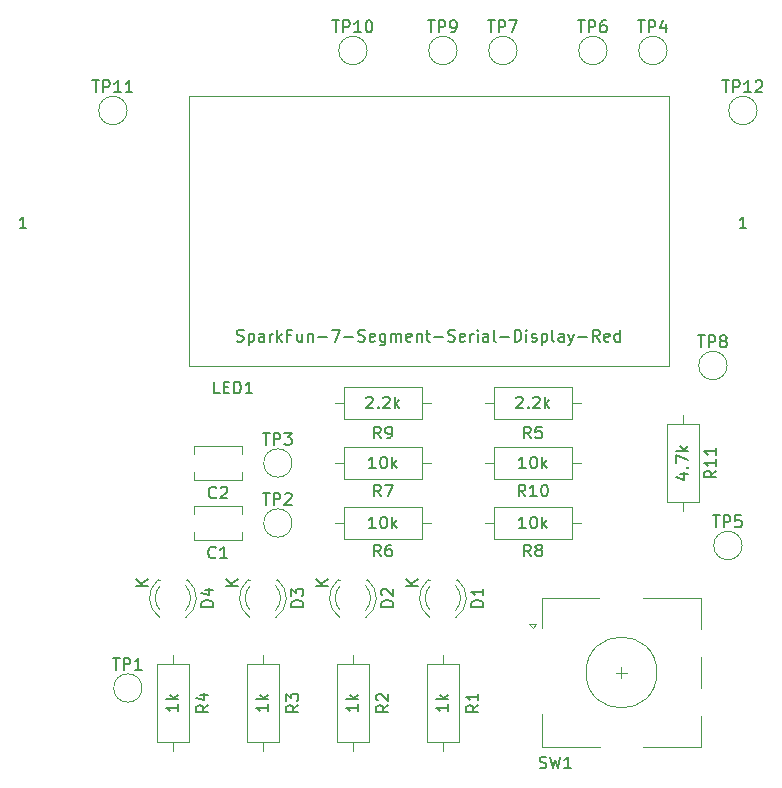
<source format=gto>
G04 #@! TF.GenerationSoftware,KiCad,Pcbnew,5.1.0-060a0da~80~ubuntu16.04.1*
G04 #@! TF.CreationDate,2019-04-14T22:16:02+09:00*
G04 #@! TF.ProjectId,Akashi-01,416b6173-6869-42d3-9031-2e6b69636164,rev?*
G04 #@! TF.SameCoordinates,Original*
G04 #@! TF.FileFunction,Legend,Top*
G04 #@! TF.FilePolarity,Positive*
%FSLAX46Y46*%
G04 Gerber Fmt 4.6, Leading zero omitted, Abs format (unit mm)*
G04 Created by KiCad (PCBNEW 5.1.0-060a0da~80~ubuntu16.04.1) date 2019-04-14 22:16:02*
%MOMM*%
%LPD*%
G04 APERTURE LIST*
%ADD10C,0.150000*%
%ADD11C,0.120000*%
G04 APERTURE END LIST*
D10*
X150312380Y-91701904D02*
X149312380Y-91701904D01*
X150312380Y-91130476D02*
X149740952Y-91559047D01*
X149312380Y-91130476D02*
X149883809Y-91701904D01*
X142692380Y-91701904D02*
X141692380Y-91701904D01*
X142692380Y-91130476D02*
X142120952Y-91559047D01*
X141692380Y-91130476D02*
X142263809Y-91701904D01*
X135072380Y-91701904D02*
X134072380Y-91701904D01*
X135072380Y-91130476D02*
X134500952Y-91559047D01*
X134072380Y-91130476D02*
X134643809Y-91701904D01*
X127452380Y-91701904D02*
X126452380Y-91701904D01*
X127452380Y-91130476D02*
X126880952Y-91559047D01*
X126452380Y-91130476D02*
X127023809Y-91701904D01*
X178085714Y-61412380D02*
X177514285Y-61412380D01*
X177800000Y-61412380D02*
X177800000Y-60412380D01*
X177704761Y-60555238D01*
X177609523Y-60650476D01*
X177514285Y-60698095D01*
X117125714Y-61412380D02*
X116554285Y-61412380D01*
X116840000Y-61412380D02*
X116840000Y-60412380D01*
X116744761Y-60555238D01*
X116649523Y-60650476D01*
X116554285Y-60698095D01*
D11*
X171510000Y-50225000D02*
X130870000Y-50225000D01*
X171510000Y-73085000D02*
X171510000Y-50225000D01*
X130870000Y-73085000D02*
X171510000Y-73085000D01*
X130870000Y-50225000D02*
X130870000Y-73085000D01*
X153636000Y-91150000D02*
X153480000Y-91150000D01*
X151320000Y-91150000D02*
X151164000Y-91150000D01*
X153478608Y-94382335D02*
G75*
G03X153635516Y-91150000I-1078608J1672335D01*
G01*
X151321392Y-94382335D02*
G75*
G02X151164484Y-91150000I1078608J1672335D01*
G01*
X153479837Y-93751130D02*
G75*
G03X153480000Y-91669039I-1079837J1041130D01*
G01*
X151320163Y-93751130D02*
G75*
G02X151320000Y-91669039I1079837J1041130D01*
G01*
X143700163Y-93751130D02*
G75*
G02X143700000Y-91669039I1079837J1041130D01*
G01*
X145859837Y-93751130D02*
G75*
G03X145860000Y-91669039I-1079837J1041130D01*
G01*
X143701392Y-94382335D02*
G75*
G02X143544484Y-91150000I1078608J1672335D01*
G01*
X145858608Y-94382335D02*
G75*
G03X146015516Y-91150000I-1078608J1672335D01*
G01*
X143700000Y-91150000D02*
X143544000Y-91150000D01*
X146016000Y-91150000D02*
X145860000Y-91150000D01*
X138396000Y-91150000D02*
X138240000Y-91150000D01*
X136080000Y-91150000D02*
X135924000Y-91150000D01*
X138238608Y-94382335D02*
G75*
G03X138395516Y-91150000I-1078608J1672335D01*
G01*
X136081392Y-94382335D02*
G75*
G02X135924484Y-91150000I1078608J1672335D01*
G01*
X138239837Y-93751130D02*
G75*
G03X138240000Y-91669039I-1079837J1041130D01*
G01*
X136080163Y-93751130D02*
G75*
G02X136080000Y-91669039I1079837J1041130D01*
G01*
X128460163Y-93751130D02*
G75*
G02X128460000Y-91669039I1079837J1041130D01*
G01*
X130619837Y-93751130D02*
G75*
G03X130620000Y-91669039I-1079837J1041130D01*
G01*
X128461392Y-94382335D02*
G75*
G02X128304484Y-91150000I1078608J1672335D01*
G01*
X130618608Y-94382335D02*
G75*
G03X130775516Y-91150000I-1078608J1672335D01*
G01*
X128460000Y-91150000D02*
X128304000Y-91150000D01*
X130776000Y-91150000D02*
X130620000Y-91150000D01*
X151030000Y-104870000D02*
X153770000Y-104870000D01*
X153770000Y-104870000D02*
X153770000Y-98330000D01*
X153770000Y-98330000D02*
X151030000Y-98330000D01*
X151030000Y-98330000D02*
X151030000Y-104870000D01*
X152400000Y-105640000D02*
X152400000Y-104870000D01*
X152400000Y-97560000D02*
X152400000Y-98330000D01*
X144780000Y-97560000D02*
X144780000Y-98330000D01*
X144780000Y-105640000D02*
X144780000Y-104870000D01*
X143410000Y-98330000D02*
X143410000Y-104870000D01*
X146150000Y-98330000D02*
X143410000Y-98330000D01*
X146150000Y-104870000D02*
X146150000Y-98330000D01*
X143410000Y-104870000D02*
X146150000Y-104870000D01*
X135790000Y-104870000D02*
X138530000Y-104870000D01*
X138530000Y-104870000D02*
X138530000Y-98330000D01*
X138530000Y-98330000D02*
X135790000Y-98330000D01*
X135790000Y-98330000D02*
X135790000Y-104870000D01*
X137160000Y-105640000D02*
X137160000Y-104870000D01*
X137160000Y-97560000D02*
X137160000Y-98330000D01*
X129540000Y-97560000D02*
X129540000Y-98330000D01*
X129540000Y-105640000D02*
X129540000Y-104870000D01*
X128170000Y-98330000D02*
X128170000Y-104870000D01*
X130910000Y-98330000D02*
X128170000Y-98330000D01*
X130910000Y-104870000D02*
X130910000Y-98330000D01*
X128170000Y-104870000D02*
X130910000Y-104870000D01*
X164060000Y-76200000D02*
X163290000Y-76200000D01*
X155980000Y-76200000D02*
X156750000Y-76200000D01*
X163290000Y-74830000D02*
X156750000Y-74830000D01*
X163290000Y-77570000D02*
X163290000Y-74830000D01*
X156750000Y-77570000D02*
X163290000Y-77570000D01*
X156750000Y-74830000D02*
X156750000Y-77570000D01*
X143280000Y-86360000D02*
X144050000Y-86360000D01*
X151360000Y-86360000D02*
X150590000Y-86360000D01*
X144050000Y-87730000D02*
X150590000Y-87730000D01*
X144050000Y-84990000D02*
X144050000Y-87730000D01*
X150590000Y-84990000D02*
X144050000Y-84990000D01*
X150590000Y-87730000D02*
X150590000Y-84990000D01*
X150590000Y-82650000D02*
X150590000Y-79910000D01*
X150590000Y-79910000D02*
X144050000Y-79910000D01*
X144050000Y-79910000D02*
X144050000Y-82650000D01*
X144050000Y-82650000D02*
X150590000Y-82650000D01*
X151360000Y-81280000D02*
X150590000Y-81280000D01*
X143280000Y-81280000D02*
X144050000Y-81280000D01*
X163290000Y-87730000D02*
X163290000Y-84990000D01*
X163290000Y-84990000D02*
X156750000Y-84990000D01*
X156750000Y-84990000D02*
X156750000Y-87730000D01*
X156750000Y-87730000D02*
X163290000Y-87730000D01*
X164060000Y-86360000D02*
X163290000Y-86360000D01*
X155980000Y-86360000D02*
X156750000Y-86360000D01*
X144050000Y-74830000D02*
X144050000Y-77570000D01*
X144050000Y-77570000D02*
X150590000Y-77570000D01*
X150590000Y-77570000D02*
X150590000Y-74830000D01*
X150590000Y-74830000D02*
X144050000Y-74830000D01*
X143280000Y-76200000D02*
X144050000Y-76200000D01*
X151360000Y-76200000D02*
X150590000Y-76200000D01*
X155980000Y-81280000D02*
X156750000Y-81280000D01*
X164060000Y-81280000D02*
X163290000Y-81280000D01*
X156750000Y-82650000D02*
X163290000Y-82650000D01*
X156750000Y-79910000D02*
X156750000Y-82650000D01*
X163290000Y-79910000D02*
X156750000Y-79910000D01*
X163290000Y-82650000D02*
X163290000Y-79910000D01*
X174090000Y-78010000D02*
X171350000Y-78010000D01*
X171350000Y-78010000D02*
X171350000Y-84550000D01*
X171350000Y-84550000D02*
X174090000Y-84550000D01*
X174090000Y-84550000D02*
X174090000Y-78010000D01*
X172720000Y-77240000D02*
X172720000Y-78010000D01*
X172720000Y-85320000D02*
X172720000Y-84550000D01*
X167020000Y-99020000D02*
X168020000Y-99020000D01*
X167520000Y-98520000D02*
X167520000Y-99520000D01*
X174220000Y-102720000D02*
X174220000Y-105320000D01*
X174220000Y-97720000D02*
X174220000Y-100320000D01*
X174220000Y-92720000D02*
X174220000Y-95320000D01*
X160320000Y-94920000D02*
X160020000Y-95220000D01*
X159720000Y-94920000D02*
X160320000Y-94920000D01*
X160020000Y-95220000D02*
X159720000Y-94920000D01*
X160820000Y-92720000D02*
X160820000Y-95220000D01*
X165620000Y-92720000D02*
X160820000Y-92720000D01*
X160820000Y-105320000D02*
X160820000Y-102520000D01*
X165720000Y-105320000D02*
X160820000Y-105320000D01*
X174220000Y-105320000D02*
X169320000Y-105320000D01*
X169320000Y-92720000D02*
X174220000Y-92720000D01*
X170520000Y-99020000D02*
G75*
G03X170520000Y-99020000I-3000000J0D01*
G01*
X131310000Y-85565000D02*
X131310000Y-84940000D01*
X131310000Y-87780000D02*
X131310000Y-87155000D01*
X135350000Y-85565000D02*
X135350000Y-84940000D01*
X135350000Y-87780000D02*
X135350000Y-87155000D01*
X135350000Y-84940000D02*
X131310000Y-84940000D01*
X135350000Y-87780000D02*
X131310000Y-87780000D01*
X135390000Y-82700000D02*
X131350000Y-82700000D01*
X135390000Y-79860000D02*
X131350000Y-79860000D01*
X135390000Y-82700000D02*
X135390000Y-82075000D01*
X135390000Y-80485000D02*
X135390000Y-79860000D01*
X131350000Y-82700000D02*
X131350000Y-82075000D01*
X131350000Y-80485000D02*
X131350000Y-79860000D01*
X126930000Y-100330000D02*
G75*
G03X126930000Y-100330000I-1200000J0D01*
G01*
X139630000Y-86360000D02*
G75*
G03X139630000Y-86360000I-1200000J0D01*
G01*
X139630000Y-81280000D02*
G75*
G03X139630000Y-81280000I-1200000J0D01*
G01*
X171380000Y-46355000D02*
G75*
G03X171380000Y-46355000I-1200000J0D01*
G01*
X177730000Y-88265000D02*
G75*
G03X177730000Y-88265000I-1200000J0D01*
G01*
X166300000Y-46355000D02*
G75*
G03X166300000Y-46355000I-1200000J0D01*
G01*
X158680000Y-46355000D02*
G75*
G03X158680000Y-46355000I-1200000J0D01*
G01*
X176460000Y-73025000D02*
G75*
G03X176460000Y-73025000I-1200000J0D01*
G01*
X153600000Y-46355000D02*
G75*
G03X153600000Y-46355000I-1200000J0D01*
G01*
X145980000Y-46355000D02*
G75*
G03X145980000Y-46355000I-1200000J0D01*
G01*
X125660000Y-51435000D02*
G75*
G03X125660000Y-51435000I-1200000J0D01*
G01*
X179000000Y-51435000D02*
G75*
G03X179000000Y-51435000I-1200000J0D01*
G01*
D10*
X133500952Y-75382380D02*
X133024761Y-75382380D01*
X133024761Y-74382380D01*
X133834285Y-74858571D02*
X134167619Y-74858571D01*
X134310476Y-75382380D02*
X133834285Y-75382380D01*
X133834285Y-74382380D01*
X134310476Y-74382380D01*
X134739047Y-75382380D02*
X134739047Y-74382380D01*
X134977142Y-74382380D01*
X135120000Y-74430000D01*
X135215238Y-74525238D01*
X135262857Y-74620476D01*
X135310476Y-74810952D01*
X135310476Y-74953809D01*
X135262857Y-75144285D01*
X135215238Y-75239523D01*
X135120000Y-75334761D01*
X134977142Y-75382380D01*
X134739047Y-75382380D01*
X136262857Y-75382380D02*
X135691428Y-75382380D01*
X135977142Y-75382380D02*
X135977142Y-74382380D01*
X135881904Y-74525238D01*
X135786666Y-74620476D01*
X135691428Y-74668095D01*
X134951904Y-70949761D02*
X135094761Y-70997380D01*
X135332857Y-70997380D01*
X135428095Y-70949761D01*
X135475714Y-70902142D01*
X135523333Y-70806904D01*
X135523333Y-70711666D01*
X135475714Y-70616428D01*
X135428095Y-70568809D01*
X135332857Y-70521190D01*
X135142380Y-70473571D01*
X135047142Y-70425952D01*
X134999523Y-70378333D01*
X134951904Y-70283095D01*
X134951904Y-70187857D01*
X134999523Y-70092619D01*
X135047142Y-70045000D01*
X135142380Y-69997380D01*
X135380476Y-69997380D01*
X135523333Y-70045000D01*
X135951904Y-70330714D02*
X135951904Y-71330714D01*
X135951904Y-70378333D02*
X136047142Y-70330714D01*
X136237619Y-70330714D01*
X136332857Y-70378333D01*
X136380476Y-70425952D01*
X136428095Y-70521190D01*
X136428095Y-70806904D01*
X136380476Y-70902142D01*
X136332857Y-70949761D01*
X136237619Y-70997380D01*
X136047142Y-70997380D01*
X135951904Y-70949761D01*
X137285238Y-70997380D02*
X137285238Y-70473571D01*
X137237619Y-70378333D01*
X137142380Y-70330714D01*
X136951904Y-70330714D01*
X136856666Y-70378333D01*
X137285238Y-70949761D02*
X137190000Y-70997380D01*
X136951904Y-70997380D01*
X136856666Y-70949761D01*
X136809047Y-70854523D01*
X136809047Y-70759285D01*
X136856666Y-70664047D01*
X136951904Y-70616428D01*
X137190000Y-70616428D01*
X137285238Y-70568809D01*
X137761428Y-70997380D02*
X137761428Y-70330714D01*
X137761428Y-70521190D02*
X137809047Y-70425952D01*
X137856666Y-70378333D01*
X137951904Y-70330714D01*
X138047142Y-70330714D01*
X138380476Y-70997380D02*
X138380476Y-69997380D01*
X138475714Y-70616428D02*
X138761428Y-70997380D01*
X138761428Y-70330714D02*
X138380476Y-70711666D01*
X139523333Y-70473571D02*
X139190000Y-70473571D01*
X139190000Y-70997380D02*
X139190000Y-69997380D01*
X139666190Y-69997380D01*
X140475714Y-70330714D02*
X140475714Y-70997380D01*
X140047142Y-70330714D02*
X140047142Y-70854523D01*
X140094761Y-70949761D01*
X140190000Y-70997380D01*
X140332857Y-70997380D01*
X140428095Y-70949761D01*
X140475714Y-70902142D01*
X140951904Y-70330714D02*
X140951904Y-70997380D01*
X140951904Y-70425952D02*
X140999523Y-70378333D01*
X141094761Y-70330714D01*
X141237619Y-70330714D01*
X141332857Y-70378333D01*
X141380476Y-70473571D01*
X141380476Y-70997380D01*
X141856666Y-70616428D02*
X142618571Y-70616428D01*
X142999523Y-69997380D02*
X143666190Y-69997380D01*
X143237619Y-70997380D01*
X144047142Y-70616428D02*
X144809047Y-70616428D01*
X145237619Y-70949761D02*
X145380476Y-70997380D01*
X145618571Y-70997380D01*
X145713809Y-70949761D01*
X145761428Y-70902142D01*
X145809047Y-70806904D01*
X145809047Y-70711666D01*
X145761428Y-70616428D01*
X145713809Y-70568809D01*
X145618571Y-70521190D01*
X145428095Y-70473571D01*
X145332857Y-70425952D01*
X145285238Y-70378333D01*
X145237619Y-70283095D01*
X145237619Y-70187857D01*
X145285238Y-70092619D01*
X145332857Y-70045000D01*
X145428095Y-69997380D01*
X145666190Y-69997380D01*
X145809047Y-70045000D01*
X146618571Y-70949761D02*
X146523333Y-70997380D01*
X146332857Y-70997380D01*
X146237619Y-70949761D01*
X146190000Y-70854523D01*
X146190000Y-70473571D01*
X146237619Y-70378333D01*
X146332857Y-70330714D01*
X146523333Y-70330714D01*
X146618571Y-70378333D01*
X146666190Y-70473571D01*
X146666190Y-70568809D01*
X146190000Y-70664047D01*
X147523333Y-70330714D02*
X147523333Y-71140238D01*
X147475714Y-71235476D01*
X147428095Y-71283095D01*
X147332857Y-71330714D01*
X147190000Y-71330714D01*
X147094761Y-71283095D01*
X147523333Y-70949761D02*
X147428095Y-70997380D01*
X147237619Y-70997380D01*
X147142380Y-70949761D01*
X147094761Y-70902142D01*
X147047142Y-70806904D01*
X147047142Y-70521190D01*
X147094761Y-70425952D01*
X147142380Y-70378333D01*
X147237619Y-70330714D01*
X147428095Y-70330714D01*
X147523333Y-70378333D01*
X147999523Y-70997380D02*
X147999523Y-70330714D01*
X147999523Y-70425952D02*
X148047142Y-70378333D01*
X148142380Y-70330714D01*
X148285238Y-70330714D01*
X148380476Y-70378333D01*
X148428095Y-70473571D01*
X148428095Y-70997380D01*
X148428095Y-70473571D02*
X148475714Y-70378333D01*
X148570952Y-70330714D01*
X148713809Y-70330714D01*
X148809047Y-70378333D01*
X148856666Y-70473571D01*
X148856666Y-70997380D01*
X149713809Y-70949761D02*
X149618571Y-70997380D01*
X149428095Y-70997380D01*
X149332857Y-70949761D01*
X149285238Y-70854523D01*
X149285238Y-70473571D01*
X149332857Y-70378333D01*
X149428095Y-70330714D01*
X149618571Y-70330714D01*
X149713809Y-70378333D01*
X149761428Y-70473571D01*
X149761428Y-70568809D01*
X149285238Y-70664047D01*
X150190000Y-70330714D02*
X150190000Y-70997380D01*
X150190000Y-70425952D02*
X150237619Y-70378333D01*
X150332857Y-70330714D01*
X150475714Y-70330714D01*
X150570952Y-70378333D01*
X150618571Y-70473571D01*
X150618571Y-70997380D01*
X150951904Y-70330714D02*
X151332857Y-70330714D01*
X151094761Y-69997380D02*
X151094761Y-70854523D01*
X151142380Y-70949761D01*
X151237619Y-70997380D01*
X151332857Y-70997380D01*
X151666190Y-70616428D02*
X152428095Y-70616428D01*
X152856666Y-70949761D02*
X152999523Y-70997380D01*
X153237619Y-70997380D01*
X153332857Y-70949761D01*
X153380476Y-70902142D01*
X153428095Y-70806904D01*
X153428095Y-70711666D01*
X153380476Y-70616428D01*
X153332857Y-70568809D01*
X153237619Y-70521190D01*
X153047142Y-70473571D01*
X152951904Y-70425952D01*
X152904285Y-70378333D01*
X152856666Y-70283095D01*
X152856666Y-70187857D01*
X152904285Y-70092619D01*
X152951904Y-70045000D01*
X153047142Y-69997380D01*
X153285238Y-69997380D01*
X153428095Y-70045000D01*
X154237619Y-70949761D02*
X154142380Y-70997380D01*
X153951904Y-70997380D01*
X153856666Y-70949761D01*
X153809047Y-70854523D01*
X153809047Y-70473571D01*
X153856666Y-70378333D01*
X153951904Y-70330714D01*
X154142380Y-70330714D01*
X154237619Y-70378333D01*
X154285238Y-70473571D01*
X154285238Y-70568809D01*
X153809047Y-70664047D01*
X154713809Y-70997380D02*
X154713809Y-70330714D01*
X154713809Y-70521190D02*
X154761428Y-70425952D01*
X154809047Y-70378333D01*
X154904285Y-70330714D01*
X154999523Y-70330714D01*
X155332857Y-70997380D02*
X155332857Y-70330714D01*
X155332857Y-69997380D02*
X155285238Y-70045000D01*
X155332857Y-70092619D01*
X155380476Y-70045000D01*
X155332857Y-69997380D01*
X155332857Y-70092619D01*
X156237619Y-70997380D02*
X156237619Y-70473571D01*
X156190000Y-70378333D01*
X156094761Y-70330714D01*
X155904285Y-70330714D01*
X155809047Y-70378333D01*
X156237619Y-70949761D02*
X156142380Y-70997380D01*
X155904285Y-70997380D01*
X155809047Y-70949761D01*
X155761428Y-70854523D01*
X155761428Y-70759285D01*
X155809047Y-70664047D01*
X155904285Y-70616428D01*
X156142380Y-70616428D01*
X156237619Y-70568809D01*
X156856666Y-70997380D02*
X156761428Y-70949761D01*
X156713809Y-70854523D01*
X156713809Y-69997380D01*
X157237619Y-70616428D02*
X157999523Y-70616428D01*
X158475714Y-70997380D02*
X158475714Y-69997380D01*
X158713809Y-69997380D01*
X158856666Y-70045000D01*
X158951904Y-70140238D01*
X158999523Y-70235476D01*
X159047142Y-70425952D01*
X159047142Y-70568809D01*
X158999523Y-70759285D01*
X158951904Y-70854523D01*
X158856666Y-70949761D01*
X158713809Y-70997380D01*
X158475714Y-70997380D01*
X159475714Y-70997380D02*
X159475714Y-70330714D01*
X159475714Y-69997380D02*
X159428095Y-70045000D01*
X159475714Y-70092619D01*
X159523333Y-70045000D01*
X159475714Y-69997380D01*
X159475714Y-70092619D01*
X159904285Y-70949761D02*
X159999523Y-70997380D01*
X160190000Y-70997380D01*
X160285238Y-70949761D01*
X160332857Y-70854523D01*
X160332857Y-70806904D01*
X160285238Y-70711666D01*
X160190000Y-70664047D01*
X160047142Y-70664047D01*
X159951904Y-70616428D01*
X159904285Y-70521190D01*
X159904285Y-70473571D01*
X159951904Y-70378333D01*
X160047142Y-70330714D01*
X160190000Y-70330714D01*
X160285238Y-70378333D01*
X160761428Y-70330714D02*
X160761428Y-71330714D01*
X160761428Y-70378333D02*
X160856666Y-70330714D01*
X161047142Y-70330714D01*
X161142380Y-70378333D01*
X161190000Y-70425952D01*
X161237619Y-70521190D01*
X161237619Y-70806904D01*
X161190000Y-70902142D01*
X161142380Y-70949761D01*
X161047142Y-70997380D01*
X160856666Y-70997380D01*
X160761428Y-70949761D01*
X161809047Y-70997380D02*
X161713809Y-70949761D01*
X161666190Y-70854523D01*
X161666190Y-69997380D01*
X162618571Y-70997380D02*
X162618571Y-70473571D01*
X162570952Y-70378333D01*
X162475714Y-70330714D01*
X162285238Y-70330714D01*
X162190000Y-70378333D01*
X162618571Y-70949761D02*
X162523333Y-70997380D01*
X162285238Y-70997380D01*
X162190000Y-70949761D01*
X162142380Y-70854523D01*
X162142380Y-70759285D01*
X162190000Y-70664047D01*
X162285238Y-70616428D01*
X162523333Y-70616428D01*
X162618571Y-70568809D01*
X162999523Y-70330714D02*
X163237619Y-70997380D01*
X163475714Y-70330714D02*
X163237619Y-70997380D01*
X163142380Y-71235476D01*
X163094761Y-71283095D01*
X162999523Y-71330714D01*
X163856666Y-70616428D02*
X164618571Y-70616428D01*
X165666190Y-70997380D02*
X165332857Y-70521190D01*
X165094761Y-70997380D02*
X165094761Y-69997380D01*
X165475714Y-69997380D01*
X165570952Y-70045000D01*
X165618571Y-70092619D01*
X165666190Y-70187857D01*
X165666190Y-70330714D01*
X165618571Y-70425952D01*
X165570952Y-70473571D01*
X165475714Y-70521190D01*
X165094761Y-70521190D01*
X166475714Y-70949761D02*
X166380476Y-70997380D01*
X166190000Y-70997380D01*
X166094761Y-70949761D01*
X166047142Y-70854523D01*
X166047142Y-70473571D01*
X166094761Y-70378333D01*
X166190000Y-70330714D01*
X166380476Y-70330714D01*
X166475714Y-70378333D01*
X166523333Y-70473571D01*
X166523333Y-70568809D01*
X166047142Y-70664047D01*
X167380476Y-70997380D02*
X167380476Y-69997380D01*
X167380476Y-70949761D02*
X167285238Y-70997380D01*
X167094761Y-70997380D01*
X166999523Y-70949761D01*
X166951904Y-70902142D01*
X166904285Y-70806904D01*
X166904285Y-70521190D01*
X166951904Y-70425952D01*
X166999523Y-70378333D01*
X167094761Y-70330714D01*
X167285238Y-70330714D01*
X167380476Y-70378333D01*
X155812380Y-93448095D02*
X154812380Y-93448095D01*
X154812380Y-93210000D01*
X154860000Y-93067142D01*
X154955238Y-92971904D01*
X155050476Y-92924285D01*
X155240952Y-92876666D01*
X155383809Y-92876666D01*
X155574285Y-92924285D01*
X155669523Y-92971904D01*
X155764761Y-93067142D01*
X155812380Y-93210000D01*
X155812380Y-93448095D01*
X155812380Y-91924285D02*
X155812380Y-92495714D01*
X155812380Y-92210000D02*
X154812380Y-92210000D01*
X154955238Y-92305238D01*
X155050476Y-92400476D01*
X155098095Y-92495714D01*
X148192380Y-93448095D02*
X147192380Y-93448095D01*
X147192380Y-93210000D01*
X147240000Y-93067142D01*
X147335238Y-92971904D01*
X147430476Y-92924285D01*
X147620952Y-92876666D01*
X147763809Y-92876666D01*
X147954285Y-92924285D01*
X148049523Y-92971904D01*
X148144761Y-93067142D01*
X148192380Y-93210000D01*
X148192380Y-93448095D01*
X147287619Y-92495714D02*
X147240000Y-92448095D01*
X147192380Y-92352857D01*
X147192380Y-92114761D01*
X147240000Y-92019523D01*
X147287619Y-91971904D01*
X147382857Y-91924285D01*
X147478095Y-91924285D01*
X147620952Y-91971904D01*
X148192380Y-92543333D01*
X148192380Y-91924285D01*
X140572380Y-93448095D02*
X139572380Y-93448095D01*
X139572380Y-93210000D01*
X139620000Y-93067142D01*
X139715238Y-92971904D01*
X139810476Y-92924285D01*
X140000952Y-92876666D01*
X140143809Y-92876666D01*
X140334285Y-92924285D01*
X140429523Y-92971904D01*
X140524761Y-93067142D01*
X140572380Y-93210000D01*
X140572380Y-93448095D01*
X139572380Y-92543333D02*
X139572380Y-91924285D01*
X139953333Y-92257619D01*
X139953333Y-92114761D01*
X140000952Y-92019523D01*
X140048571Y-91971904D01*
X140143809Y-91924285D01*
X140381904Y-91924285D01*
X140477142Y-91971904D01*
X140524761Y-92019523D01*
X140572380Y-92114761D01*
X140572380Y-92400476D01*
X140524761Y-92495714D01*
X140477142Y-92543333D01*
X132952380Y-93448095D02*
X131952380Y-93448095D01*
X131952380Y-93210000D01*
X132000000Y-93067142D01*
X132095238Y-92971904D01*
X132190476Y-92924285D01*
X132380952Y-92876666D01*
X132523809Y-92876666D01*
X132714285Y-92924285D01*
X132809523Y-92971904D01*
X132904761Y-93067142D01*
X132952380Y-93210000D01*
X132952380Y-93448095D01*
X132285714Y-92019523D02*
X132952380Y-92019523D01*
X131904761Y-92257619D02*
X132619047Y-92495714D01*
X132619047Y-91876666D01*
X155392380Y-101766666D02*
X154916190Y-102100000D01*
X155392380Y-102338095D02*
X154392380Y-102338095D01*
X154392380Y-101957142D01*
X154440000Y-101861904D01*
X154487619Y-101814285D01*
X154582857Y-101766666D01*
X154725714Y-101766666D01*
X154820952Y-101814285D01*
X154868571Y-101861904D01*
X154916190Y-101957142D01*
X154916190Y-102338095D01*
X155392380Y-100814285D02*
X155392380Y-101385714D01*
X155392380Y-101100000D02*
X154392380Y-101100000D01*
X154535238Y-101195238D01*
X154630476Y-101290476D01*
X154678095Y-101385714D01*
X152852380Y-101719047D02*
X152852380Y-102290476D01*
X152852380Y-102004761D02*
X151852380Y-102004761D01*
X151995238Y-102100000D01*
X152090476Y-102195238D01*
X152138095Y-102290476D01*
X152852380Y-101290476D02*
X151852380Y-101290476D01*
X152471428Y-101195238D02*
X152852380Y-100909523D01*
X152185714Y-100909523D02*
X152566666Y-101290476D01*
X147772380Y-101766666D02*
X147296190Y-102100000D01*
X147772380Y-102338095D02*
X146772380Y-102338095D01*
X146772380Y-101957142D01*
X146820000Y-101861904D01*
X146867619Y-101814285D01*
X146962857Y-101766666D01*
X147105714Y-101766666D01*
X147200952Y-101814285D01*
X147248571Y-101861904D01*
X147296190Y-101957142D01*
X147296190Y-102338095D01*
X146867619Y-101385714D02*
X146820000Y-101338095D01*
X146772380Y-101242857D01*
X146772380Y-101004761D01*
X146820000Y-100909523D01*
X146867619Y-100861904D01*
X146962857Y-100814285D01*
X147058095Y-100814285D01*
X147200952Y-100861904D01*
X147772380Y-101433333D01*
X147772380Y-100814285D01*
X145232380Y-101719047D02*
X145232380Y-102290476D01*
X145232380Y-102004761D02*
X144232380Y-102004761D01*
X144375238Y-102100000D01*
X144470476Y-102195238D01*
X144518095Y-102290476D01*
X145232380Y-101290476D02*
X144232380Y-101290476D01*
X144851428Y-101195238D02*
X145232380Y-100909523D01*
X144565714Y-100909523D02*
X144946666Y-101290476D01*
X140152380Y-101766666D02*
X139676190Y-102100000D01*
X140152380Y-102338095D02*
X139152380Y-102338095D01*
X139152380Y-101957142D01*
X139200000Y-101861904D01*
X139247619Y-101814285D01*
X139342857Y-101766666D01*
X139485714Y-101766666D01*
X139580952Y-101814285D01*
X139628571Y-101861904D01*
X139676190Y-101957142D01*
X139676190Y-102338095D01*
X139152380Y-101433333D02*
X139152380Y-100814285D01*
X139533333Y-101147619D01*
X139533333Y-101004761D01*
X139580952Y-100909523D01*
X139628571Y-100861904D01*
X139723809Y-100814285D01*
X139961904Y-100814285D01*
X140057142Y-100861904D01*
X140104761Y-100909523D01*
X140152380Y-101004761D01*
X140152380Y-101290476D01*
X140104761Y-101385714D01*
X140057142Y-101433333D01*
X137612380Y-101719047D02*
X137612380Y-102290476D01*
X137612380Y-102004761D02*
X136612380Y-102004761D01*
X136755238Y-102100000D01*
X136850476Y-102195238D01*
X136898095Y-102290476D01*
X137612380Y-101290476D02*
X136612380Y-101290476D01*
X137231428Y-101195238D02*
X137612380Y-100909523D01*
X136945714Y-100909523D02*
X137326666Y-101290476D01*
X132532380Y-101766666D02*
X132056190Y-102100000D01*
X132532380Y-102338095D02*
X131532380Y-102338095D01*
X131532380Y-101957142D01*
X131580000Y-101861904D01*
X131627619Y-101814285D01*
X131722857Y-101766666D01*
X131865714Y-101766666D01*
X131960952Y-101814285D01*
X132008571Y-101861904D01*
X132056190Y-101957142D01*
X132056190Y-102338095D01*
X131865714Y-100909523D02*
X132532380Y-100909523D01*
X131484761Y-101147619D02*
X132199047Y-101385714D01*
X132199047Y-100766666D01*
X129992380Y-101719047D02*
X129992380Y-102290476D01*
X129992380Y-102004761D02*
X128992380Y-102004761D01*
X129135238Y-102100000D01*
X129230476Y-102195238D01*
X129278095Y-102290476D01*
X129992380Y-101290476D02*
X128992380Y-101290476D01*
X129611428Y-101195238D02*
X129992380Y-100909523D01*
X129325714Y-100909523D02*
X129706666Y-101290476D01*
X159853333Y-79192380D02*
X159520000Y-78716190D01*
X159281904Y-79192380D02*
X159281904Y-78192380D01*
X159662857Y-78192380D01*
X159758095Y-78240000D01*
X159805714Y-78287619D01*
X159853333Y-78382857D01*
X159853333Y-78525714D01*
X159805714Y-78620952D01*
X159758095Y-78668571D01*
X159662857Y-78716190D01*
X159281904Y-78716190D01*
X160758095Y-78192380D02*
X160281904Y-78192380D01*
X160234285Y-78668571D01*
X160281904Y-78620952D01*
X160377142Y-78573333D01*
X160615238Y-78573333D01*
X160710476Y-78620952D01*
X160758095Y-78668571D01*
X160805714Y-78763809D01*
X160805714Y-79001904D01*
X160758095Y-79097142D01*
X160710476Y-79144761D01*
X160615238Y-79192380D01*
X160377142Y-79192380D01*
X160281904Y-79144761D01*
X160234285Y-79097142D01*
X158615238Y-75747619D02*
X158662857Y-75700000D01*
X158758095Y-75652380D01*
X158996190Y-75652380D01*
X159091428Y-75700000D01*
X159139047Y-75747619D01*
X159186666Y-75842857D01*
X159186666Y-75938095D01*
X159139047Y-76080952D01*
X158567619Y-76652380D01*
X159186666Y-76652380D01*
X159615238Y-76557142D02*
X159662857Y-76604761D01*
X159615238Y-76652380D01*
X159567619Y-76604761D01*
X159615238Y-76557142D01*
X159615238Y-76652380D01*
X160043809Y-75747619D02*
X160091428Y-75700000D01*
X160186666Y-75652380D01*
X160424761Y-75652380D01*
X160520000Y-75700000D01*
X160567619Y-75747619D01*
X160615238Y-75842857D01*
X160615238Y-75938095D01*
X160567619Y-76080952D01*
X159996190Y-76652380D01*
X160615238Y-76652380D01*
X161043809Y-76652380D02*
X161043809Y-75652380D01*
X161139047Y-76271428D02*
X161424761Y-76652380D01*
X161424761Y-75985714D02*
X161043809Y-76366666D01*
X147153333Y-89182380D02*
X146820000Y-88706190D01*
X146581904Y-89182380D02*
X146581904Y-88182380D01*
X146962857Y-88182380D01*
X147058095Y-88230000D01*
X147105714Y-88277619D01*
X147153333Y-88372857D01*
X147153333Y-88515714D01*
X147105714Y-88610952D01*
X147058095Y-88658571D01*
X146962857Y-88706190D01*
X146581904Y-88706190D01*
X148010476Y-88182380D02*
X147820000Y-88182380D01*
X147724761Y-88230000D01*
X147677142Y-88277619D01*
X147581904Y-88420476D01*
X147534285Y-88610952D01*
X147534285Y-88991904D01*
X147581904Y-89087142D01*
X147629523Y-89134761D01*
X147724761Y-89182380D01*
X147915238Y-89182380D01*
X148010476Y-89134761D01*
X148058095Y-89087142D01*
X148105714Y-88991904D01*
X148105714Y-88753809D01*
X148058095Y-88658571D01*
X148010476Y-88610952D01*
X147915238Y-88563333D01*
X147724761Y-88563333D01*
X147629523Y-88610952D01*
X147581904Y-88658571D01*
X147534285Y-88753809D01*
X146724761Y-86812380D02*
X146153333Y-86812380D01*
X146439047Y-86812380D02*
X146439047Y-85812380D01*
X146343809Y-85955238D01*
X146248571Y-86050476D01*
X146153333Y-86098095D01*
X147343809Y-85812380D02*
X147439047Y-85812380D01*
X147534285Y-85860000D01*
X147581904Y-85907619D01*
X147629523Y-86002857D01*
X147677142Y-86193333D01*
X147677142Y-86431428D01*
X147629523Y-86621904D01*
X147581904Y-86717142D01*
X147534285Y-86764761D01*
X147439047Y-86812380D01*
X147343809Y-86812380D01*
X147248571Y-86764761D01*
X147200952Y-86717142D01*
X147153333Y-86621904D01*
X147105714Y-86431428D01*
X147105714Y-86193333D01*
X147153333Y-86002857D01*
X147200952Y-85907619D01*
X147248571Y-85860000D01*
X147343809Y-85812380D01*
X148105714Y-86812380D02*
X148105714Y-85812380D01*
X148200952Y-86431428D02*
X148486666Y-86812380D01*
X148486666Y-86145714D02*
X148105714Y-86526666D01*
X147153333Y-84102380D02*
X146820000Y-83626190D01*
X146581904Y-84102380D02*
X146581904Y-83102380D01*
X146962857Y-83102380D01*
X147058095Y-83150000D01*
X147105714Y-83197619D01*
X147153333Y-83292857D01*
X147153333Y-83435714D01*
X147105714Y-83530952D01*
X147058095Y-83578571D01*
X146962857Y-83626190D01*
X146581904Y-83626190D01*
X147486666Y-83102380D02*
X148153333Y-83102380D01*
X147724761Y-84102380D01*
X146724761Y-81732380D02*
X146153333Y-81732380D01*
X146439047Y-81732380D02*
X146439047Y-80732380D01*
X146343809Y-80875238D01*
X146248571Y-80970476D01*
X146153333Y-81018095D01*
X147343809Y-80732380D02*
X147439047Y-80732380D01*
X147534285Y-80780000D01*
X147581904Y-80827619D01*
X147629523Y-80922857D01*
X147677142Y-81113333D01*
X147677142Y-81351428D01*
X147629523Y-81541904D01*
X147581904Y-81637142D01*
X147534285Y-81684761D01*
X147439047Y-81732380D01*
X147343809Y-81732380D01*
X147248571Y-81684761D01*
X147200952Y-81637142D01*
X147153333Y-81541904D01*
X147105714Y-81351428D01*
X147105714Y-81113333D01*
X147153333Y-80922857D01*
X147200952Y-80827619D01*
X147248571Y-80780000D01*
X147343809Y-80732380D01*
X148105714Y-81732380D02*
X148105714Y-80732380D01*
X148200952Y-81351428D02*
X148486666Y-81732380D01*
X148486666Y-81065714D02*
X148105714Y-81446666D01*
X159853333Y-89182380D02*
X159520000Y-88706190D01*
X159281904Y-89182380D02*
X159281904Y-88182380D01*
X159662857Y-88182380D01*
X159758095Y-88230000D01*
X159805714Y-88277619D01*
X159853333Y-88372857D01*
X159853333Y-88515714D01*
X159805714Y-88610952D01*
X159758095Y-88658571D01*
X159662857Y-88706190D01*
X159281904Y-88706190D01*
X160424761Y-88610952D02*
X160329523Y-88563333D01*
X160281904Y-88515714D01*
X160234285Y-88420476D01*
X160234285Y-88372857D01*
X160281904Y-88277619D01*
X160329523Y-88230000D01*
X160424761Y-88182380D01*
X160615238Y-88182380D01*
X160710476Y-88230000D01*
X160758095Y-88277619D01*
X160805714Y-88372857D01*
X160805714Y-88420476D01*
X160758095Y-88515714D01*
X160710476Y-88563333D01*
X160615238Y-88610952D01*
X160424761Y-88610952D01*
X160329523Y-88658571D01*
X160281904Y-88706190D01*
X160234285Y-88801428D01*
X160234285Y-88991904D01*
X160281904Y-89087142D01*
X160329523Y-89134761D01*
X160424761Y-89182380D01*
X160615238Y-89182380D01*
X160710476Y-89134761D01*
X160758095Y-89087142D01*
X160805714Y-88991904D01*
X160805714Y-88801428D01*
X160758095Y-88706190D01*
X160710476Y-88658571D01*
X160615238Y-88610952D01*
X159424761Y-86812380D02*
X158853333Y-86812380D01*
X159139047Y-86812380D02*
X159139047Y-85812380D01*
X159043809Y-85955238D01*
X158948571Y-86050476D01*
X158853333Y-86098095D01*
X160043809Y-85812380D02*
X160139047Y-85812380D01*
X160234285Y-85860000D01*
X160281904Y-85907619D01*
X160329523Y-86002857D01*
X160377142Y-86193333D01*
X160377142Y-86431428D01*
X160329523Y-86621904D01*
X160281904Y-86717142D01*
X160234285Y-86764761D01*
X160139047Y-86812380D01*
X160043809Y-86812380D01*
X159948571Y-86764761D01*
X159900952Y-86717142D01*
X159853333Y-86621904D01*
X159805714Y-86431428D01*
X159805714Y-86193333D01*
X159853333Y-86002857D01*
X159900952Y-85907619D01*
X159948571Y-85860000D01*
X160043809Y-85812380D01*
X160805714Y-86812380D02*
X160805714Y-85812380D01*
X160900952Y-86431428D02*
X161186666Y-86812380D01*
X161186666Y-86145714D02*
X160805714Y-86526666D01*
X147153333Y-79192380D02*
X146820000Y-78716190D01*
X146581904Y-79192380D02*
X146581904Y-78192380D01*
X146962857Y-78192380D01*
X147058095Y-78240000D01*
X147105714Y-78287619D01*
X147153333Y-78382857D01*
X147153333Y-78525714D01*
X147105714Y-78620952D01*
X147058095Y-78668571D01*
X146962857Y-78716190D01*
X146581904Y-78716190D01*
X147629523Y-79192380D02*
X147820000Y-79192380D01*
X147915238Y-79144761D01*
X147962857Y-79097142D01*
X148058095Y-78954285D01*
X148105714Y-78763809D01*
X148105714Y-78382857D01*
X148058095Y-78287619D01*
X148010476Y-78240000D01*
X147915238Y-78192380D01*
X147724761Y-78192380D01*
X147629523Y-78240000D01*
X147581904Y-78287619D01*
X147534285Y-78382857D01*
X147534285Y-78620952D01*
X147581904Y-78716190D01*
X147629523Y-78763809D01*
X147724761Y-78811428D01*
X147915238Y-78811428D01*
X148010476Y-78763809D01*
X148058095Y-78716190D01*
X148105714Y-78620952D01*
X145915238Y-75747619D02*
X145962857Y-75700000D01*
X146058095Y-75652380D01*
X146296190Y-75652380D01*
X146391428Y-75700000D01*
X146439047Y-75747619D01*
X146486666Y-75842857D01*
X146486666Y-75938095D01*
X146439047Y-76080952D01*
X145867619Y-76652380D01*
X146486666Y-76652380D01*
X146915238Y-76557142D02*
X146962857Y-76604761D01*
X146915238Y-76652380D01*
X146867619Y-76604761D01*
X146915238Y-76557142D01*
X146915238Y-76652380D01*
X147343809Y-75747619D02*
X147391428Y-75700000D01*
X147486666Y-75652380D01*
X147724761Y-75652380D01*
X147820000Y-75700000D01*
X147867619Y-75747619D01*
X147915238Y-75842857D01*
X147915238Y-75938095D01*
X147867619Y-76080952D01*
X147296190Y-76652380D01*
X147915238Y-76652380D01*
X148343809Y-76652380D02*
X148343809Y-75652380D01*
X148439047Y-76271428D02*
X148724761Y-76652380D01*
X148724761Y-75985714D02*
X148343809Y-76366666D01*
X159377142Y-84102380D02*
X159043809Y-83626190D01*
X158805714Y-84102380D02*
X158805714Y-83102380D01*
X159186666Y-83102380D01*
X159281904Y-83150000D01*
X159329523Y-83197619D01*
X159377142Y-83292857D01*
X159377142Y-83435714D01*
X159329523Y-83530952D01*
X159281904Y-83578571D01*
X159186666Y-83626190D01*
X158805714Y-83626190D01*
X160329523Y-84102380D02*
X159758095Y-84102380D01*
X160043809Y-84102380D02*
X160043809Y-83102380D01*
X159948571Y-83245238D01*
X159853333Y-83340476D01*
X159758095Y-83388095D01*
X160948571Y-83102380D02*
X161043809Y-83102380D01*
X161139047Y-83150000D01*
X161186666Y-83197619D01*
X161234285Y-83292857D01*
X161281904Y-83483333D01*
X161281904Y-83721428D01*
X161234285Y-83911904D01*
X161186666Y-84007142D01*
X161139047Y-84054761D01*
X161043809Y-84102380D01*
X160948571Y-84102380D01*
X160853333Y-84054761D01*
X160805714Y-84007142D01*
X160758095Y-83911904D01*
X160710476Y-83721428D01*
X160710476Y-83483333D01*
X160758095Y-83292857D01*
X160805714Y-83197619D01*
X160853333Y-83150000D01*
X160948571Y-83102380D01*
X159424761Y-81732380D02*
X158853333Y-81732380D01*
X159139047Y-81732380D02*
X159139047Y-80732380D01*
X159043809Y-80875238D01*
X158948571Y-80970476D01*
X158853333Y-81018095D01*
X160043809Y-80732380D02*
X160139047Y-80732380D01*
X160234285Y-80780000D01*
X160281904Y-80827619D01*
X160329523Y-80922857D01*
X160377142Y-81113333D01*
X160377142Y-81351428D01*
X160329523Y-81541904D01*
X160281904Y-81637142D01*
X160234285Y-81684761D01*
X160139047Y-81732380D01*
X160043809Y-81732380D01*
X159948571Y-81684761D01*
X159900952Y-81637142D01*
X159853333Y-81541904D01*
X159805714Y-81351428D01*
X159805714Y-81113333D01*
X159853333Y-80922857D01*
X159900952Y-80827619D01*
X159948571Y-80780000D01*
X160043809Y-80732380D01*
X160805714Y-81732380D02*
X160805714Y-80732380D01*
X160900952Y-81351428D02*
X161186666Y-81732380D01*
X161186666Y-81065714D02*
X160805714Y-81446666D01*
X175542380Y-81922857D02*
X175066190Y-82256190D01*
X175542380Y-82494285D02*
X174542380Y-82494285D01*
X174542380Y-82113333D01*
X174590000Y-82018095D01*
X174637619Y-81970476D01*
X174732857Y-81922857D01*
X174875714Y-81922857D01*
X174970952Y-81970476D01*
X175018571Y-82018095D01*
X175066190Y-82113333D01*
X175066190Y-82494285D01*
X175542380Y-80970476D02*
X175542380Y-81541904D01*
X175542380Y-81256190D02*
X174542380Y-81256190D01*
X174685238Y-81351428D01*
X174780476Y-81446666D01*
X174828095Y-81541904D01*
X175542380Y-80018095D02*
X175542380Y-80589523D01*
X175542380Y-80303809D02*
X174542380Y-80303809D01*
X174685238Y-80399047D01*
X174780476Y-80494285D01*
X174828095Y-80589523D01*
X172505714Y-82208571D02*
X173172380Y-82208571D01*
X172124761Y-82446666D02*
X172839047Y-82684761D01*
X172839047Y-82065714D01*
X173077142Y-81684761D02*
X173124761Y-81637142D01*
X173172380Y-81684761D01*
X173124761Y-81732380D01*
X173077142Y-81684761D01*
X173172380Y-81684761D01*
X172172380Y-81303809D02*
X172172380Y-80637142D01*
X173172380Y-81065714D01*
X173172380Y-80256190D02*
X172172380Y-80256190D01*
X172791428Y-80160952D02*
X173172380Y-79875238D01*
X172505714Y-79875238D02*
X172886666Y-80256190D01*
X160591666Y-107084761D02*
X160734523Y-107132380D01*
X160972619Y-107132380D01*
X161067857Y-107084761D01*
X161115476Y-107037142D01*
X161163095Y-106941904D01*
X161163095Y-106846666D01*
X161115476Y-106751428D01*
X161067857Y-106703809D01*
X160972619Y-106656190D01*
X160782142Y-106608571D01*
X160686904Y-106560952D01*
X160639285Y-106513333D01*
X160591666Y-106418095D01*
X160591666Y-106322857D01*
X160639285Y-106227619D01*
X160686904Y-106180000D01*
X160782142Y-106132380D01*
X161020238Y-106132380D01*
X161163095Y-106180000D01*
X161496428Y-106132380D02*
X161734523Y-107132380D01*
X161925000Y-106418095D01*
X162115476Y-107132380D01*
X162353571Y-106132380D01*
X163258333Y-107132380D02*
X162686904Y-107132380D01*
X162972619Y-107132380D02*
X162972619Y-106132380D01*
X162877380Y-106275238D01*
X162782142Y-106370476D01*
X162686904Y-106418095D01*
X133163333Y-89267142D02*
X133115714Y-89314761D01*
X132972857Y-89362380D01*
X132877619Y-89362380D01*
X132734761Y-89314761D01*
X132639523Y-89219523D01*
X132591904Y-89124285D01*
X132544285Y-88933809D01*
X132544285Y-88790952D01*
X132591904Y-88600476D01*
X132639523Y-88505238D01*
X132734761Y-88410000D01*
X132877619Y-88362380D01*
X132972857Y-88362380D01*
X133115714Y-88410000D01*
X133163333Y-88457619D01*
X134115714Y-89362380D02*
X133544285Y-89362380D01*
X133830000Y-89362380D02*
X133830000Y-88362380D01*
X133734761Y-88505238D01*
X133639523Y-88600476D01*
X133544285Y-88648095D01*
X133203333Y-84187142D02*
X133155714Y-84234761D01*
X133012857Y-84282380D01*
X132917619Y-84282380D01*
X132774761Y-84234761D01*
X132679523Y-84139523D01*
X132631904Y-84044285D01*
X132584285Y-83853809D01*
X132584285Y-83710952D01*
X132631904Y-83520476D01*
X132679523Y-83425238D01*
X132774761Y-83330000D01*
X132917619Y-83282380D01*
X133012857Y-83282380D01*
X133155714Y-83330000D01*
X133203333Y-83377619D01*
X133584285Y-83377619D02*
X133631904Y-83330000D01*
X133727142Y-83282380D01*
X133965238Y-83282380D01*
X134060476Y-83330000D01*
X134108095Y-83377619D01*
X134155714Y-83472857D01*
X134155714Y-83568095D01*
X134108095Y-83710952D01*
X133536666Y-84282380D01*
X134155714Y-84282380D01*
X124468095Y-97784380D02*
X125039523Y-97784380D01*
X124753809Y-98784380D02*
X124753809Y-97784380D01*
X125372857Y-98784380D02*
X125372857Y-97784380D01*
X125753809Y-97784380D01*
X125849047Y-97832000D01*
X125896666Y-97879619D01*
X125944285Y-97974857D01*
X125944285Y-98117714D01*
X125896666Y-98212952D01*
X125849047Y-98260571D01*
X125753809Y-98308190D01*
X125372857Y-98308190D01*
X126896666Y-98784380D02*
X126325238Y-98784380D01*
X126610952Y-98784380D02*
X126610952Y-97784380D01*
X126515714Y-97927238D01*
X126420476Y-98022476D01*
X126325238Y-98070095D01*
X137168095Y-83814380D02*
X137739523Y-83814380D01*
X137453809Y-84814380D02*
X137453809Y-83814380D01*
X138072857Y-84814380D02*
X138072857Y-83814380D01*
X138453809Y-83814380D01*
X138549047Y-83862000D01*
X138596666Y-83909619D01*
X138644285Y-84004857D01*
X138644285Y-84147714D01*
X138596666Y-84242952D01*
X138549047Y-84290571D01*
X138453809Y-84338190D01*
X138072857Y-84338190D01*
X139025238Y-83909619D02*
X139072857Y-83862000D01*
X139168095Y-83814380D01*
X139406190Y-83814380D01*
X139501428Y-83862000D01*
X139549047Y-83909619D01*
X139596666Y-84004857D01*
X139596666Y-84100095D01*
X139549047Y-84242952D01*
X138977619Y-84814380D01*
X139596666Y-84814380D01*
X137168095Y-78734380D02*
X137739523Y-78734380D01*
X137453809Y-79734380D02*
X137453809Y-78734380D01*
X138072857Y-79734380D02*
X138072857Y-78734380D01*
X138453809Y-78734380D01*
X138549047Y-78782000D01*
X138596666Y-78829619D01*
X138644285Y-78924857D01*
X138644285Y-79067714D01*
X138596666Y-79162952D01*
X138549047Y-79210571D01*
X138453809Y-79258190D01*
X138072857Y-79258190D01*
X138977619Y-78734380D02*
X139596666Y-78734380D01*
X139263333Y-79115333D01*
X139406190Y-79115333D01*
X139501428Y-79162952D01*
X139549047Y-79210571D01*
X139596666Y-79305809D01*
X139596666Y-79543904D01*
X139549047Y-79639142D01*
X139501428Y-79686761D01*
X139406190Y-79734380D01*
X139120476Y-79734380D01*
X139025238Y-79686761D01*
X138977619Y-79639142D01*
X168918095Y-43809380D02*
X169489523Y-43809380D01*
X169203809Y-44809380D02*
X169203809Y-43809380D01*
X169822857Y-44809380D02*
X169822857Y-43809380D01*
X170203809Y-43809380D01*
X170299047Y-43857000D01*
X170346666Y-43904619D01*
X170394285Y-43999857D01*
X170394285Y-44142714D01*
X170346666Y-44237952D01*
X170299047Y-44285571D01*
X170203809Y-44333190D01*
X169822857Y-44333190D01*
X171251428Y-44142714D02*
X171251428Y-44809380D01*
X171013333Y-43761761D02*
X170775238Y-44476047D01*
X171394285Y-44476047D01*
X175268095Y-85719380D02*
X175839523Y-85719380D01*
X175553809Y-86719380D02*
X175553809Y-85719380D01*
X176172857Y-86719380D02*
X176172857Y-85719380D01*
X176553809Y-85719380D01*
X176649047Y-85767000D01*
X176696666Y-85814619D01*
X176744285Y-85909857D01*
X176744285Y-86052714D01*
X176696666Y-86147952D01*
X176649047Y-86195571D01*
X176553809Y-86243190D01*
X176172857Y-86243190D01*
X177649047Y-85719380D02*
X177172857Y-85719380D01*
X177125238Y-86195571D01*
X177172857Y-86147952D01*
X177268095Y-86100333D01*
X177506190Y-86100333D01*
X177601428Y-86147952D01*
X177649047Y-86195571D01*
X177696666Y-86290809D01*
X177696666Y-86528904D01*
X177649047Y-86624142D01*
X177601428Y-86671761D01*
X177506190Y-86719380D01*
X177268095Y-86719380D01*
X177172857Y-86671761D01*
X177125238Y-86624142D01*
X163838095Y-43809380D02*
X164409523Y-43809380D01*
X164123809Y-44809380D02*
X164123809Y-43809380D01*
X164742857Y-44809380D02*
X164742857Y-43809380D01*
X165123809Y-43809380D01*
X165219047Y-43857000D01*
X165266666Y-43904619D01*
X165314285Y-43999857D01*
X165314285Y-44142714D01*
X165266666Y-44237952D01*
X165219047Y-44285571D01*
X165123809Y-44333190D01*
X164742857Y-44333190D01*
X166171428Y-43809380D02*
X165980952Y-43809380D01*
X165885714Y-43857000D01*
X165838095Y-43904619D01*
X165742857Y-44047476D01*
X165695238Y-44237952D01*
X165695238Y-44618904D01*
X165742857Y-44714142D01*
X165790476Y-44761761D01*
X165885714Y-44809380D01*
X166076190Y-44809380D01*
X166171428Y-44761761D01*
X166219047Y-44714142D01*
X166266666Y-44618904D01*
X166266666Y-44380809D01*
X166219047Y-44285571D01*
X166171428Y-44237952D01*
X166076190Y-44190333D01*
X165885714Y-44190333D01*
X165790476Y-44237952D01*
X165742857Y-44285571D01*
X165695238Y-44380809D01*
X156218095Y-43809380D02*
X156789523Y-43809380D01*
X156503809Y-44809380D02*
X156503809Y-43809380D01*
X157122857Y-44809380D02*
X157122857Y-43809380D01*
X157503809Y-43809380D01*
X157599047Y-43857000D01*
X157646666Y-43904619D01*
X157694285Y-43999857D01*
X157694285Y-44142714D01*
X157646666Y-44237952D01*
X157599047Y-44285571D01*
X157503809Y-44333190D01*
X157122857Y-44333190D01*
X158027619Y-43809380D02*
X158694285Y-43809380D01*
X158265714Y-44809380D01*
X173998095Y-70479380D02*
X174569523Y-70479380D01*
X174283809Y-71479380D02*
X174283809Y-70479380D01*
X174902857Y-71479380D02*
X174902857Y-70479380D01*
X175283809Y-70479380D01*
X175379047Y-70527000D01*
X175426666Y-70574619D01*
X175474285Y-70669857D01*
X175474285Y-70812714D01*
X175426666Y-70907952D01*
X175379047Y-70955571D01*
X175283809Y-71003190D01*
X174902857Y-71003190D01*
X176045714Y-70907952D02*
X175950476Y-70860333D01*
X175902857Y-70812714D01*
X175855238Y-70717476D01*
X175855238Y-70669857D01*
X175902857Y-70574619D01*
X175950476Y-70527000D01*
X176045714Y-70479380D01*
X176236190Y-70479380D01*
X176331428Y-70527000D01*
X176379047Y-70574619D01*
X176426666Y-70669857D01*
X176426666Y-70717476D01*
X176379047Y-70812714D01*
X176331428Y-70860333D01*
X176236190Y-70907952D01*
X176045714Y-70907952D01*
X175950476Y-70955571D01*
X175902857Y-71003190D01*
X175855238Y-71098428D01*
X175855238Y-71288904D01*
X175902857Y-71384142D01*
X175950476Y-71431761D01*
X176045714Y-71479380D01*
X176236190Y-71479380D01*
X176331428Y-71431761D01*
X176379047Y-71384142D01*
X176426666Y-71288904D01*
X176426666Y-71098428D01*
X176379047Y-71003190D01*
X176331428Y-70955571D01*
X176236190Y-70907952D01*
X151138095Y-43809380D02*
X151709523Y-43809380D01*
X151423809Y-44809380D02*
X151423809Y-43809380D01*
X152042857Y-44809380D02*
X152042857Y-43809380D01*
X152423809Y-43809380D01*
X152519047Y-43857000D01*
X152566666Y-43904619D01*
X152614285Y-43999857D01*
X152614285Y-44142714D01*
X152566666Y-44237952D01*
X152519047Y-44285571D01*
X152423809Y-44333190D01*
X152042857Y-44333190D01*
X153090476Y-44809380D02*
X153280952Y-44809380D01*
X153376190Y-44761761D01*
X153423809Y-44714142D01*
X153519047Y-44571285D01*
X153566666Y-44380809D01*
X153566666Y-43999857D01*
X153519047Y-43904619D01*
X153471428Y-43857000D01*
X153376190Y-43809380D01*
X153185714Y-43809380D01*
X153090476Y-43857000D01*
X153042857Y-43904619D01*
X152995238Y-43999857D01*
X152995238Y-44237952D01*
X153042857Y-44333190D01*
X153090476Y-44380809D01*
X153185714Y-44428428D01*
X153376190Y-44428428D01*
X153471428Y-44380809D01*
X153519047Y-44333190D01*
X153566666Y-44237952D01*
X143041904Y-43809380D02*
X143613333Y-43809380D01*
X143327619Y-44809380D02*
X143327619Y-43809380D01*
X143946666Y-44809380D02*
X143946666Y-43809380D01*
X144327619Y-43809380D01*
X144422857Y-43857000D01*
X144470476Y-43904619D01*
X144518095Y-43999857D01*
X144518095Y-44142714D01*
X144470476Y-44237952D01*
X144422857Y-44285571D01*
X144327619Y-44333190D01*
X143946666Y-44333190D01*
X145470476Y-44809380D02*
X144899047Y-44809380D01*
X145184761Y-44809380D02*
X145184761Y-43809380D01*
X145089523Y-43952238D01*
X144994285Y-44047476D01*
X144899047Y-44095095D01*
X146089523Y-43809380D02*
X146184761Y-43809380D01*
X146280000Y-43857000D01*
X146327619Y-43904619D01*
X146375238Y-43999857D01*
X146422857Y-44190333D01*
X146422857Y-44428428D01*
X146375238Y-44618904D01*
X146327619Y-44714142D01*
X146280000Y-44761761D01*
X146184761Y-44809380D01*
X146089523Y-44809380D01*
X145994285Y-44761761D01*
X145946666Y-44714142D01*
X145899047Y-44618904D01*
X145851428Y-44428428D01*
X145851428Y-44190333D01*
X145899047Y-43999857D01*
X145946666Y-43904619D01*
X145994285Y-43857000D01*
X146089523Y-43809380D01*
X122721904Y-48889380D02*
X123293333Y-48889380D01*
X123007619Y-49889380D02*
X123007619Y-48889380D01*
X123626666Y-49889380D02*
X123626666Y-48889380D01*
X124007619Y-48889380D01*
X124102857Y-48937000D01*
X124150476Y-48984619D01*
X124198095Y-49079857D01*
X124198095Y-49222714D01*
X124150476Y-49317952D01*
X124102857Y-49365571D01*
X124007619Y-49413190D01*
X123626666Y-49413190D01*
X125150476Y-49889380D02*
X124579047Y-49889380D01*
X124864761Y-49889380D02*
X124864761Y-48889380D01*
X124769523Y-49032238D01*
X124674285Y-49127476D01*
X124579047Y-49175095D01*
X126102857Y-49889380D02*
X125531428Y-49889380D01*
X125817142Y-49889380D02*
X125817142Y-48889380D01*
X125721904Y-49032238D01*
X125626666Y-49127476D01*
X125531428Y-49175095D01*
X176061904Y-48889380D02*
X176633333Y-48889380D01*
X176347619Y-49889380D02*
X176347619Y-48889380D01*
X176966666Y-49889380D02*
X176966666Y-48889380D01*
X177347619Y-48889380D01*
X177442857Y-48937000D01*
X177490476Y-48984619D01*
X177538095Y-49079857D01*
X177538095Y-49222714D01*
X177490476Y-49317952D01*
X177442857Y-49365571D01*
X177347619Y-49413190D01*
X176966666Y-49413190D01*
X178490476Y-49889380D02*
X177919047Y-49889380D01*
X178204761Y-49889380D02*
X178204761Y-48889380D01*
X178109523Y-49032238D01*
X178014285Y-49127476D01*
X177919047Y-49175095D01*
X178871428Y-48984619D02*
X178919047Y-48937000D01*
X179014285Y-48889380D01*
X179252380Y-48889380D01*
X179347619Y-48937000D01*
X179395238Y-48984619D01*
X179442857Y-49079857D01*
X179442857Y-49175095D01*
X179395238Y-49317952D01*
X178823809Y-49889380D01*
X179442857Y-49889380D01*
M02*

</source>
